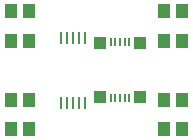
<source format=gbs>
G04 (created by PCBNEW (2013-04-21 BZR 4107)-testing) date Thursday, 06 June 2013 15:24:26*
%MOIN*%
G04 Gerber Fmt 3.4, Leading zero omitted, Abs format*
%FSLAX34Y34*%
G01*
G70*
G90*
G04 APERTURE LIST*
%ADD10C,0*%
%ADD11R,0.00984252X0.0433071*%
%ADD12R,0.00905512X0.0314961*%
%ADD13R,0.0393701X0.0393701*%
%ADD14R,0.04X0.05*%
G04 APERTURE END LIST*
G54D10*
G54D11*
X59251Y-30216D03*
X59448Y-30216D03*
X59055Y-30216D03*
X58858Y-30216D03*
X58661Y-30216D03*
X58661Y-32381D03*
X58858Y-32381D03*
X59055Y-32381D03*
X59251Y-32381D03*
X59448Y-32381D03*
G54D12*
X60787Y-30354D03*
X60944Y-30354D03*
X60629Y-30354D03*
X60472Y-30354D03*
X60314Y-30354D03*
X60314Y-32244D03*
X60472Y-32244D03*
X60629Y-32244D03*
X60787Y-32244D03*
X60944Y-32244D03*
G54D13*
X59960Y-30393D03*
X59960Y-32204D03*
X61299Y-30393D03*
X61299Y-32204D03*
G54D14*
X62101Y-30314D03*
X62701Y-30314D03*
X57583Y-33267D03*
X56983Y-33267D03*
X62101Y-32283D03*
X62701Y-32283D03*
X57583Y-30314D03*
X56983Y-30314D03*
X62101Y-29330D03*
X62701Y-29330D03*
X62101Y-33267D03*
X62701Y-33267D03*
X57583Y-29330D03*
X56983Y-29330D03*
X57583Y-32283D03*
X56983Y-32283D03*
M02*

</source>
